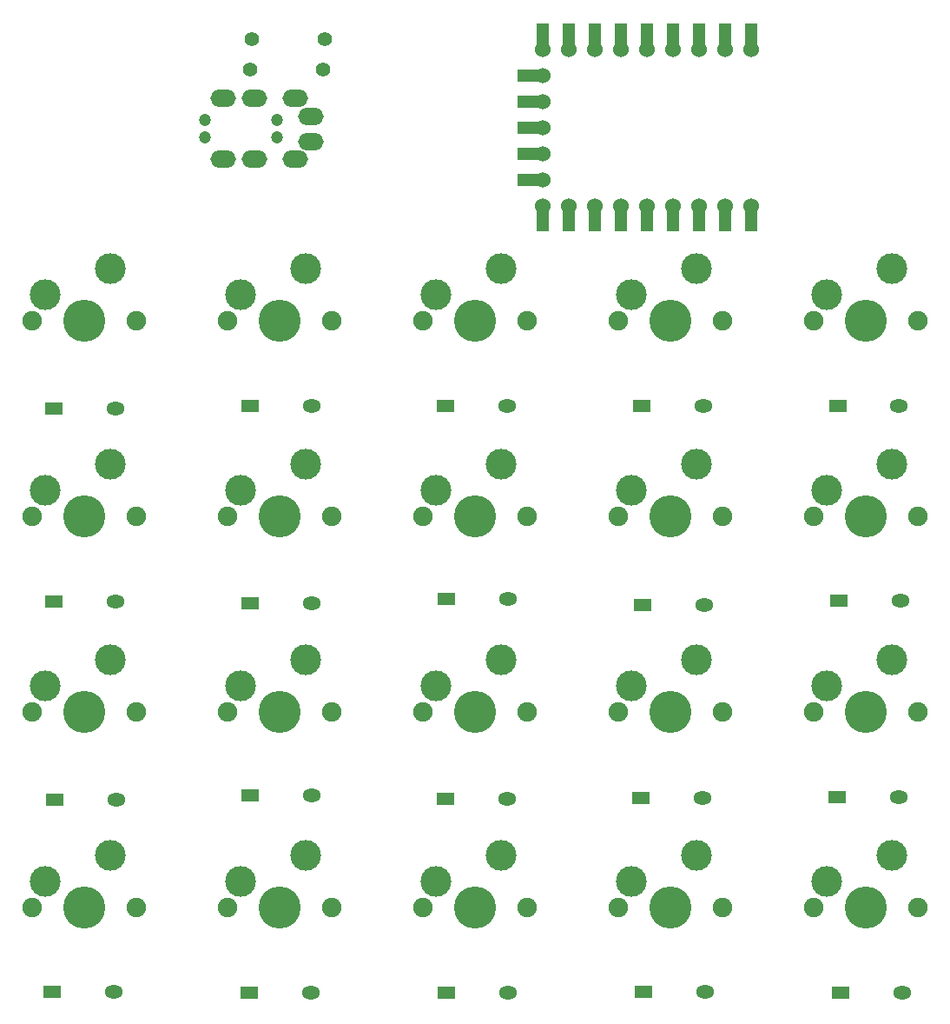
<source format=gbr>
%TF.GenerationSoftware,KiCad,Pcbnew,7.0.8*%
%TF.CreationDate,2023-11-23T22:11:04+09:00*%
%TF.ProjectId,jisaku20rp_tb,6a697361-6b75-4323-9072-705f74622e6b,rev?*%
%TF.SameCoordinates,Original*%
%TF.FileFunction,Soldermask,Top*%
%TF.FilePolarity,Negative*%
%FSLAX46Y46*%
G04 Gerber Fmt 4.6, Leading zero omitted, Abs format (unit mm)*
G04 Created by KiCad (PCBNEW 7.0.8) date 2023-11-23 22:11:04*
%MOMM*%
%LPD*%
G01*
G04 APERTURE LIST*
%ADD10C,1.397000*%
%ADD11C,1.200000*%
%ADD12O,2.500000X1.700000*%
%ADD13C,1.900000*%
%ADD14C,3.000000*%
%ADD15C,4.100000*%
%ADD16C,1.524000*%
%ADD17R,1.200000X2.000000*%
%ADD18R,2.000000X1.200000*%
%ADD19R,1.778000X1.300000*%
%ADD20O,1.778000X1.300000*%
G04 APERTURE END LIST*
D10*
%TO.C,R2*%
X23286000Y24530000D03*
X16174000Y24530000D03*
%TD*%
%TO.C,R1*%
X23386000Y27460000D03*
X16274000Y27460000D03*
%TD*%
D11*
%TO.C,J1*%
X11760000Y17870000D03*
X18760000Y17870000D03*
X11760000Y19620000D03*
X18760000Y19620000D03*
D12*
X22060000Y17520000D03*
X22060000Y19970000D03*
X13560000Y15770000D03*
X13560000Y21720000D03*
X16560000Y15770000D03*
X16560000Y21720000D03*
X20560000Y15770000D03*
X20560000Y21720000D03*
%TD*%
D13*
%TO.C,SW15*%
X71120000Y-38100000D03*
D14*
X72390000Y-35560000D03*
D15*
X76200000Y-38100000D03*
D14*
X78740000Y-33020000D03*
D13*
X81280000Y-38100000D03*
%TD*%
%TO.C,SW1*%
X-5080000Y0D03*
D14*
X-3810000Y2540000D03*
D15*
X0Y0D03*
D14*
X2540000Y5080000D03*
D13*
X5080000Y0D03*
%TD*%
%TO.C,SW14*%
X52070000Y-38100000D03*
D14*
X53340000Y-35560000D03*
D15*
X57150000Y-38100000D03*
D14*
X59690000Y-33020000D03*
D13*
X62230000Y-38100000D03*
%TD*%
%TO.C,SW2*%
X13970000Y0D03*
D14*
X15240000Y2540000D03*
D15*
X19050000Y0D03*
D14*
X21590000Y5080000D03*
D13*
X24130000Y0D03*
%TD*%
%TO.C,SW17*%
X13970000Y-57150000D03*
D14*
X15240000Y-54610000D03*
D15*
X19050000Y-57150000D03*
D14*
X21590000Y-52070000D03*
D13*
X24130000Y-57150000D03*
%TD*%
D16*
%TO.C,U2*%
X65000000Y11230000D03*
D17*
X65000000Y9760000D03*
D16*
X62460000Y11230000D03*
D17*
X62460000Y9760000D03*
D16*
X59920000Y11230000D03*
D17*
X59920000Y9760000D03*
D16*
X57380000Y11230000D03*
D17*
X57380000Y9760000D03*
D16*
X54840000Y11230000D03*
D17*
X54840000Y9760000D03*
D16*
X52300000Y11230000D03*
D17*
X52300000Y9760000D03*
D16*
X49760000Y11230000D03*
D17*
X49760000Y9760000D03*
D16*
X47220000Y11230000D03*
D17*
X47220000Y9760000D03*
D16*
X44680000Y11230000D03*
D17*
X44680000Y9760000D03*
D16*
X44680000Y13770000D03*
D18*
X43230000Y13770000D03*
D16*
X44680000Y16310000D03*
D18*
X43230000Y16310000D03*
D16*
X44680000Y18850000D03*
D18*
X43220000Y18850000D03*
D16*
X44680000Y21390000D03*
D18*
X43240000Y21390000D03*
D16*
X44680000Y23930000D03*
D18*
X43230000Y23930000D03*
D17*
X44680000Y27940000D03*
D16*
X44680000Y26470000D03*
D17*
X47220000Y27940000D03*
D16*
X47220000Y26470000D03*
D17*
X49760000Y27940000D03*
D16*
X49760000Y26470000D03*
D17*
X52300000Y27940000D03*
D16*
X52300000Y26470000D03*
D17*
X54840000Y27940000D03*
D16*
X54840000Y26470000D03*
D17*
X57380000Y27940000D03*
D16*
X57380000Y26470000D03*
D17*
X59920000Y27940000D03*
D16*
X59920000Y26470000D03*
D17*
X62460000Y27940000D03*
D16*
X62460000Y26470000D03*
D17*
X65000000Y27940000D03*
D16*
X65000000Y26470000D03*
%TD*%
D13*
%TO.C,SW5*%
X71120000Y0D03*
D14*
X72390000Y2540000D03*
D15*
X76200000Y0D03*
D14*
X78740000Y5080000D03*
D13*
X81280000Y0D03*
%TD*%
%TO.C,SW7*%
X13970000Y-19050000D03*
D14*
X15240000Y-16510000D03*
D15*
X19050000Y-19050000D03*
D14*
X21590000Y-13970000D03*
D13*
X24130000Y-19050000D03*
%TD*%
%TO.C,SW20*%
X71120000Y-57150000D03*
D14*
X72390000Y-54610000D03*
D15*
X76200000Y-57150000D03*
D14*
X78740000Y-52070000D03*
D13*
X81280000Y-57150000D03*
%TD*%
%TO.C,SW8*%
X33020000Y-19050000D03*
D14*
X34290000Y-16510000D03*
D15*
X38100000Y-19050000D03*
D14*
X40640000Y-13970000D03*
D13*
X43180000Y-19050000D03*
%TD*%
%TO.C,SW10*%
X71120000Y-19050000D03*
D14*
X72390000Y-16510000D03*
D15*
X76200000Y-19050000D03*
D14*
X78740000Y-13970000D03*
D13*
X81280000Y-19050000D03*
%TD*%
%TO.C,SW3*%
X33020000Y0D03*
D14*
X34290000Y2540000D03*
D15*
X38100000Y0D03*
D14*
X40640000Y5080000D03*
D13*
X43180000Y0D03*
%TD*%
%TO.C,SW16*%
X-5080000Y-57150000D03*
D14*
X-3810000Y-54610000D03*
D15*
X0Y-57150000D03*
D14*
X2540000Y-52070000D03*
D13*
X5080000Y-57150000D03*
%TD*%
%TO.C,SW18*%
X33020000Y-57150000D03*
D14*
X34290000Y-54610000D03*
D15*
X38100000Y-57150000D03*
D14*
X40640000Y-52070000D03*
D13*
X43180000Y-57150000D03*
%TD*%
%TO.C,SW12*%
X13970000Y-38100000D03*
D14*
X15240000Y-35560000D03*
D15*
X19050000Y-38100000D03*
D14*
X21590000Y-33020000D03*
D13*
X24130000Y-38100000D03*
%TD*%
%TO.C,SW9*%
X52070000Y-19050000D03*
D14*
X53340000Y-16510000D03*
D15*
X57150000Y-19050000D03*
D14*
X59690000Y-13970000D03*
D13*
X62230000Y-19050000D03*
%TD*%
%TO.C,SW11*%
X-5080000Y-38100000D03*
D14*
X-3810000Y-35560000D03*
D15*
X0Y-38100000D03*
D14*
X2540000Y-33020000D03*
D13*
X5080000Y-38100000D03*
%TD*%
%TO.C,SW6*%
X-5080000Y-19050000D03*
D14*
X-3810000Y-16510000D03*
D15*
X0Y-19050000D03*
D14*
X2540000Y-13970000D03*
D13*
X5080000Y-19050000D03*
%TD*%
%TO.C,SW4*%
X52070000Y0D03*
D14*
X53340000Y2540000D03*
D15*
X57150000Y0D03*
D14*
X59690000Y5080000D03*
D13*
X62230000Y0D03*
%TD*%
%TO.C,SW13*%
X33020000Y-38100000D03*
D14*
X34290000Y-35560000D03*
D15*
X38100000Y-38100000D03*
D14*
X40640000Y-33020000D03*
D13*
X43180000Y-38100000D03*
%TD*%
%TO.C,SW19*%
X52070000Y-57150000D03*
D14*
X53340000Y-54610000D03*
D15*
X57150000Y-57150000D03*
D14*
X59690000Y-52070000D03*
D13*
X62230000Y-57150000D03*
%TD*%
D19*
%TO.C,D15*%
X73360000Y-46332500D03*
D20*
X79360000Y-46332500D03*
%TD*%
D19*
%TO.C,D11*%
X-2930000Y-46640000D03*
D20*
X3070000Y-46640000D03*
%TD*%
D19*
%TO.C,D4*%
X54330000Y-8240000D03*
D20*
X60330000Y-8240000D03*
%TD*%
D19*
%TO.C,D6*%
X-2950000Y-27340000D03*
D20*
X3050000Y-27340000D03*
%TD*%
D19*
%TO.C,D9*%
X54440000Y-27630000D03*
D20*
X60440000Y-27630000D03*
%TD*%
D19*
%TO.C,D8*%
X35310000Y-27050000D03*
D20*
X41310000Y-27050000D03*
%TD*%
D19*
%TO.C,D20*%
X73695000Y-65430000D03*
D20*
X79695000Y-65430000D03*
%TD*%
D19*
%TO.C,D17*%
X16061250Y-65430000D03*
D20*
X22061250Y-65430000D03*
%TD*%
D19*
%TO.C,D12*%
X16142500Y-46230000D03*
D20*
X22142500Y-46230000D03*
%TD*%
D19*
%TO.C,D10*%
X73570000Y-27195000D03*
D20*
X79570000Y-27195000D03*
%TD*%
D19*
%TO.C,D5*%
X73430000Y-8300000D03*
D20*
X79430000Y-8300000D03*
%TD*%
D19*
%TO.C,D13*%
X35215000Y-46537500D03*
D20*
X41215000Y-46537500D03*
%TD*%
D19*
%TO.C,D1*%
X-2970000Y-8510000D03*
D20*
X3030000Y-8510000D03*
%TD*%
D19*
%TO.C,D14*%
X54287500Y-46435000D03*
D20*
X60287500Y-46435000D03*
%TD*%
D19*
%TO.C,D7*%
X16180000Y-27485000D03*
D20*
X22180000Y-27485000D03*
%TD*%
D19*
%TO.C,D3*%
X35230000Y-8240000D03*
D20*
X41230000Y-8240000D03*
%TD*%
D19*
%TO.C,D19*%
X54483750Y-65300000D03*
D20*
X60483750Y-65300000D03*
%TD*%
D19*
%TO.C,D18*%
X35272500Y-65430000D03*
D20*
X41272500Y-65430000D03*
%TD*%
D19*
%TO.C,D16*%
X-3150000Y-65300000D03*
D20*
X2850000Y-65300000D03*
%TD*%
D19*
%TO.C,D2*%
X16130000Y-8240000D03*
D20*
X22130000Y-8240000D03*
%TD*%
M02*

</source>
